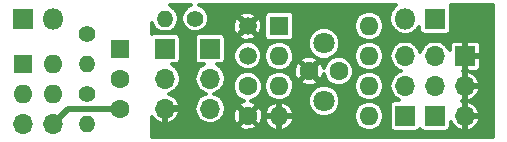
<source format=gbr>
G04 #@! TF.GenerationSoftware,KiCad,Pcbnew,(5.0.2)-1*
G04 #@! TF.CreationDate,2019-01-06T14:15:55+01:00*
G04 #@! TF.ProjectId,Xany2Msx,58616e79-324d-4737-982e-6b696361645f,rev?*
G04 #@! TF.SameCoordinates,Original*
G04 #@! TF.FileFunction,Copper,L2,Bot*
G04 #@! TF.FilePolarity,Positive*
%FSLAX46Y46*%
G04 Gerber Fmt 4.6, Leading zero omitted, Abs format (unit mm)*
G04 Created by KiCad (PCBNEW (5.0.2)-1) date 06/01/2019 14:15:55*
%MOMM*%
%LPD*%
G01*
G04 APERTURE LIST*
G04 #@! TA.AperFunction,ComponentPad*
%ADD10R,1.800000X1.800000*%
G04 #@! TD*
G04 #@! TA.AperFunction,ComponentPad*
%ADD11O,1.800000X1.800000*%
G04 #@! TD*
G04 #@! TA.AperFunction,ComponentPad*
%ADD12R,1.600000X1.600000*%
G04 #@! TD*
G04 #@! TA.AperFunction,ComponentPad*
%ADD13O,1.600000X1.600000*%
G04 #@! TD*
G04 #@! TA.AperFunction,ComponentPad*
%ADD14R,1.700000X1.700000*%
G04 #@! TD*
G04 #@! TA.AperFunction,ComponentPad*
%ADD15O,1.700000X1.700000*%
G04 #@! TD*
G04 #@! TA.AperFunction,ComponentPad*
%ADD16C,1.500000*%
G04 #@! TD*
G04 #@! TA.AperFunction,ComponentPad*
%ADD17C,1.600000*%
G04 #@! TD*
G04 #@! TA.AperFunction,ComponentPad*
%ADD18C,1.400000*%
G04 #@! TD*
G04 #@! TA.AperFunction,ComponentPad*
%ADD19O,1.400000X1.400000*%
G04 #@! TD*
G04 #@! TA.AperFunction,ComponentPad*
%ADD20C,1.800000*%
G04 #@! TD*
G04 #@! TA.AperFunction,Conductor*
%ADD21C,0.500000*%
G04 #@! TD*
G04 #@! TA.AperFunction,Conductor*
%ADD22C,0.310000*%
G04 #@! TD*
G04 APERTURE END LIST*
D10*
G04 #@! TO.P,D1,1*
G04 #@! TO.N,+5V*
X137160000Y-86360000D03*
D11*
G04 #@! TO.P,D1,2*
G04 #@! TO.N,+VRx*
X134620000Y-86360000D03*
G04 #@! TD*
D12*
G04 #@! TO.P,U1,1*
G04 #@! TO.N,Net-(R1-Pad1)*
X123952000Y-86995000D03*
D13*
G04 #@! TO.P,U1,5*
G04 #@! TO.N,Net-(J2-Pad1)*
X131572000Y-94615000D03*
G04 #@! TO.P,U1,2*
G04 #@! TO.N,Net-(C1-Pad1)*
X123952000Y-89535000D03*
G04 #@! TO.P,U1,6*
G04 #@! TO.N,Net-(J2-Pad2)*
X131572000Y-92075000D03*
G04 #@! TO.P,U1,3*
G04 #@! TO.N,Net-(C2-Pad1)*
X123952000Y-92075000D03*
G04 #@! TO.P,U1,7*
G04 #@! TO.N,Net-(J2-Pad3)*
X131572000Y-89535000D03*
G04 #@! TO.P,U1,4*
G04 #@! TO.N,GND*
X123952000Y-94615000D03*
G04 #@! TO.P,U1,8*
G04 #@! TO.N,+5V*
X131572000Y-86995000D03*
G04 #@! TD*
D14*
G04 #@! TO.P,J1,1*
G04 #@! TO.N,Net-(J1-Pad1)*
X114300000Y-88900000D03*
D15*
G04 #@! TO.P,J1,2*
G04 #@! TO.N,+VRx*
X114300000Y-91440000D03*
G04 #@! TO.P,J1,3*
G04 #@! TO.N,GND*
X114300000Y-93980000D03*
G04 #@! TD*
G04 #@! TO.P,J2,3*
G04 #@! TO.N,Net-(J2-Pad3)*
X134620000Y-89535000D03*
G04 #@! TO.P,J2,2*
G04 #@! TO.N,Net-(J2-Pad2)*
X134620000Y-92075000D03*
D14*
G04 #@! TO.P,J2,1*
G04 #@! TO.N,Net-(J2-Pad1)*
X134620000Y-94615000D03*
G04 #@! TD*
G04 #@! TO.P,J3,1*
G04 #@! TO.N,+5V*
X137160000Y-94615000D03*
D15*
G04 #@! TO.P,J3,2*
X137160000Y-92075000D03*
G04 #@! TO.P,J3,3*
X137160000Y-89535000D03*
G04 #@! TD*
G04 #@! TO.P,J4,3*
G04 #@! TO.N,GND*
X139700000Y-94615000D03*
G04 #@! TO.P,J4,2*
X139700000Y-92075000D03*
D14*
G04 #@! TO.P,J4,1*
X139700000Y-89535000D03*
G04 #@! TD*
G04 #@! TO.P,J5,1*
G04 #@! TO.N,+VRx*
X118110000Y-88900000D03*
D15*
G04 #@! TO.P,J5,2*
G04 #@! TO.N,+5V*
X118110000Y-91440000D03*
G04 #@! TO.P,J5,3*
X118110000Y-93980000D03*
G04 #@! TD*
D16*
G04 #@! TO.P,C1,1*
G04 #@! TO.N,Net-(C1-Pad1)*
X121285000Y-89495000D03*
G04 #@! TO.P,C1,2*
G04 #@! TO.N,GND*
X121285000Y-86995000D03*
G04 #@! TD*
D17*
G04 #@! TO.P,C2,2*
G04 #@! TO.N,GND*
X121285000Y-94575000D03*
G04 #@! TO.P,C2,1*
G04 #@! TO.N,Net-(C2-Pad1)*
X121285000Y-92075000D03*
G04 #@! TD*
D18*
G04 #@! TO.P,R1,1*
G04 #@! TO.N,Net-(R1-Pad1)*
X116840000Y-86360000D03*
D19*
G04 #@! TO.P,R1,2*
G04 #@! TO.N,Net-(J1-Pad1)*
X114300000Y-86360000D03*
G04 #@! TD*
D17*
G04 #@! TO.P,C3,1*
G04 #@! TO.N,GND*
X126492000Y-90805000D03*
G04 #@! TO.P,C3,2*
G04 #@! TO.N,+5V*
X128992000Y-90805000D03*
G04 #@! TD*
D20*
G04 #@! TO.P,Y1,2*
G04 #@! TO.N,Net-(C2-Pad1)*
X127762000Y-93345000D03*
G04 #@! TO.P,Y1,1*
G04 #@! TO.N,Net-(C1-Pad1)*
X127762000Y-88465000D03*
G04 #@! TD*
D10*
G04 #@! TO.P,D2,1*
G04 #@! TO.N,Net-(D2-Pad1)*
X102235000Y-86360000D03*
D11*
G04 #@! TO.P,D2,2*
G04 #@! TO.N,Net-(D2-Pad2)*
X104775000Y-86360000D03*
G04 #@! TD*
D12*
G04 #@! TO.P,J6,1*
G04 #@! TO.N,N/C*
X102235000Y-90170000D03*
D13*
G04 #@! TO.P,J6,2*
G04 #@! TO.N,Net-(D2-Pad2)*
X104775000Y-90170000D03*
G04 #@! TO.P,J6,3*
G04 #@! TO.N,Net-(D2-Pad1)*
X102235000Y-92710000D03*
G04 #@! TO.P,J6,4*
G04 #@! TO.N,+5VP*
X104775000Y-92710000D03*
D15*
G04 #@! TO.P,J6,5*
G04 #@! TO.N,N/C*
X102235000Y-95250000D03*
G04 #@! TO.P,J6,6*
G04 #@! TO.N,GNDD*
X104775000Y-95250000D03*
G04 #@! TD*
D19*
G04 #@! TO.P,R2,2*
G04 #@! TO.N,Net-(J7-Pad1)*
X107696000Y-90170000D03*
D18*
G04 #@! TO.P,R2,1*
G04 #@! TO.N,Net-(D2-Pad2)*
X107696000Y-87630000D03*
G04 #@! TD*
G04 #@! TO.P,R3,1*
G04 #@! TO.N,Net-(J7-Pad1)*
X107696000Y-92710000D03*
D19*
G04 #@! TO.P,R3,2*
G04 #@! TO.N,+5VP*
X107696000Y-95250000D03*
G04 #@! TD*
D12*
G04 #@! TO.P,J7,1*
G04 #@! TO.N,Net-(J7-Pad1)*
X110490000Y-88900000D03*
D17*
G04 #@! TO.P,J7,2*
G04 #@! TO.N,+5VP*
X110490000Y-91440000D03*
G04 #@! TO.P,J7,3*
G04 #@! TO.N,GNDD*
X110490000Y-93980000D03*
G04 #@! TD*
D21*
G04 #@! TO.N,GNDD*
X106045000Y-93980000D02*
X104775000Y-95250000D01*
X110490000Y-93980000D02*
X106045000Y-93980000D01*
G04 #@! TD*
D22*
G04 #@! TO.N,GND*
G36*
X116180080Y-85372360D02*
X115852360Y-85700080D01*
X115675000Y-86128267D01*
X115675000Y-86591733D01*
X115852360Y-87019920D01*
X116180080Y-87347640D01*
X116608267Y-87525000D01*
X117071733Y-87525000D01*
X117499920Y-87347640D01*
X117827640Y-87019920D01*
X117917492Y-86802996D01*
X120061166Y-86802996D01*
X120080849Y-87285953D01*
X120227802Y-87640728D01*
X120424324Y-87715668D01*
X121144993Y-86995000D01*
X121425007Y-86995000D01*
X122145676Y-87715668D01*
X122342198Y-87640728D01*
X122508834Y-87187004D01*
X122489151Y-86704047D01*
X122342198Y-86349272D01*
X122145676Y-86274332D01*
X121425007Y-86995000D01*
X121144993Y-86995000D01*
X120424324Y-86274332D01*
X120227802Y-86349272D01*
X120061166Y-86802996D01*
X117917492Y-86802996D01*
X118005000Y-86591733D01*
X118005000Y-86134324D01*
X120564332Y-86134324D01*
X121285000Y-86854993D01*
X121944992Y-86195000D01*
X122677891Y-86195000D01*
X122677891Y-87795000D01*
X122713980Y-87976434D01*
X122816754Y-88130246D01*
X122970566Y-88233020D01*
X123152000Y-88269109D01*
X124752000Y-88269109D01*
X124933434Y-88233020D01*
X124992602Y-88193485D01*
X126397000Y-88193485D01*
X126397000Y-88736515D01*
X126604809Y-89238210D01*
X126988790Y-89622191D01*
X127490485Y-89830000D01*
X128033515Y-89830000D01*
X128535210Y-89622191D01*
X128622401Y-89535000D01*
X130282218Y-89535000D01*
X130380397Y-90028578D01*
X130659986Y-90447014D01*
X131078422Y-90726603D01*
X131447413Y-90800000D01*
X131696587Y-90800000D01*
X132065578Y-90726603D01*
X132484014Y-90447014D01*
X132763603Y-90028578D01*
X132861782Y-89535000D01*
X133279238Y-89535000D01*
X133381297Y-90048087D01*
X133671938Y-90483062D01*
X134106913Y-90773703D01*
X134264254Y-90805000D01*
X134106913Y-90836297D01*
X133671938Y-91126938D01*
X133381297Y-91561913D01*
X133279238Y-92075000D01*
X133381297Y-92588087D01*
X133671938Y-93023062D01*
X134072772Y-93290891D01*
X133770000Y-93290891D01*
X133588566Y-93326980D01*
X133434754Y-93429754D01*
X133331980Y-93583566D01*
X133295891Y-93765000D01*
X133295891Y-95465000D01*
X133331980Y-95646434D01*
X133434754Y-95800246D01*
X133588566Y-95903020D01*
X133770000Y-95939109D01*
X135470000Y-95939109D01*
X135651434Y-95903020D01*
X135805246Y-95800246D01*
X135890000Y-95673403D01*
X135974754Y-95800246D01*
X136128566Y-95903020D01*
X136310000Y-95939109D01*
X138010000Y-95939109D01*
X138191434Y-95903020D01*
X138345246Y-95800246D01*
X138448020Y-95646434D01*
X138484109Y-95465000D01*
X138484109Y-95071814D01*
X138580964Y-95305656D01*
X138930448Y-95681320D01*
X139397090Y-95894646D01*
X139601000Y-95810027D01*
X139601000Y-94714000D01*
X139799000Y-94714000D01*
X139799000Y-95810027D01*
X140002910Y-95894646D01*
X140469552Y-95681320D01*
X140819036Y-95305656D01*
X140979637Y-94917909D01*
X140894655Y-94714000D01*
X139799000Y-94714000D01*
X139601000Y-94714000D01*
X139581000Y-94714000D01*
X139581000Y-94516000D01*
X139601000Y-94516000D01*
X139601000Y-93419973D01*
X139420334Y-93345000D01*
X139601000Y-93270027D01*
X139601000Y-92174000D01*
X139799000Y-92174000D01*
X139799000Y-93270027D01*
X139979666Y-93345000D01*
X139799000Y-93419973D01*
X139799000Y-94516000D01*
X140894655Y-94516000D01*
X140979637Y-94312091D01*
X140819036Y-93924344D01*
X140469552Y-93548680D01*
X140024010Y-93345000D01*
X140469552Y-93141320D01*
X140819036Y-92765656D01*
X140979637Y-92377909D01*
X140894655Y-92174000D01*
X139799000Y-92174000D01*
X139601000Y-92174000D01*
X139581000Y-92174000D01*
X139581000Y-91976000D01*
X139601000Y-91976000D01*
X139601000Y-90879973D01*
X139497661Y-90837089D01*
X139601000Y-90733750D01*
X139601000Y-89634000D01*
X139799000Y-89634000D01*
X139799000Y-90733750D01*
X139902339Y-90837089D01*
X139799000Y-90879973D01*
X139799000Y-91976000D01*
X140894655Y-91976000D01*
X140979637Y-91772091D01*
X140819036Y-91384344D01*
X140469552Y-91008680D01*
X140122446Y-90850000D01*
X140642494Y-90850000D01*
X140813401Y-90779208D01*
X140944208Y-90648402D01*
X141015000Y-90477494D01*
X141015000Y-89750250D01*
X140898750Y-89634000D01*
X139799000Y-89634000D01*
X139601000Y-89634000D01*
X139581000Y-89634000D01*
X139581000Y-89436000D01*
X139601000Y-89436000D01*
X139601000Y-88336250D01*
X139799000Y-88336250D01*
X139799000Y-89436000D01*
X140898750Y-89436000D01*
X141015000Y-89319750D01*
X141015000Y-88592506D01*
X140944208Y-88421598D01*
X140813401Y-88290792D01*
X140642494Y-88220000D01*
X139915250Y-88220000D01*
X139799000Y-88336250D01*
X139601000Y-88336250D01*
X139484750Y-88220000D01*
X138757506Y-88220000D01*
X138586599Y-88290792D01*
X138455792Y-88421598D01*
X138385000Y-88592506D01*
X138385000Y-89001405D01*
X138108062Y-88586938D01*
X137673087Y-88296297D01*
X137289515Y-88220000D01*
X137030485Y-88220000D01*
X136646913Y-88296297D01*
X136211938Y-88586938D01*
X135921297Y-89021913D01*
X135890000Y-89179254D01*
X135858703Y-89021913D01*
X135568062Y-88586938D01*
X135133087Y-88296297D01*
X134749515Y-88220000D01*
X134490485Y-88220000D01*
X134106913Y-88296297D01*
X133671938Y-88586938D01*
X133381297Y-89021913D01*
X133279238Y-89535000D01*
X132861782Y-89535000D01*
X132763603Y-89041422D01*
X132484014Y-88622986D01*
X132065578Y-88343397D01*
X131696587Y-88270000D01*
X131447413Y-88270000D01*
X131078422Y-88343397D01*
X130659986Y-88622986D01*
X130380397Y-89041422D01*
X130282218Y-89535000D01*
X128622401Y-89535000D01*
X128919191Y-89238210D01*
X129127000Y-88736515D01*
X129127000Y-88193485D01*
X128919191Y-87691790D01*
X128535210Y-87307809D01*
X128033515Y-87100000D01*
X127490485Y-87100000D01*
X126988790Y-87307809D01*
X126604809Y-87691790D01*
X126397000Y-88193485D01*
X124992602Y-88193485D01*
X125087246Y-88130246D01*
X125190020Y-87976434D01*
X125226109Y-87795000D01*
X125226109Y-86995000D01*
X130282218Y-86995000D01*
X130380397Y-87488578D01*
X130659986Y-87907014D01*
X131078422Y-88186603D01*
X131447413Y-88260000D01*
X131696587Y-88260000D01*
X132065578Y-88186603D01*
X132484014Y-87907014D01*
X132763603Y-87488578D01*
X132861782Y-86995000D01*
X132763603Y-86501422D01*
X132484014Y-86082986D01*
X132065578Y-85803397D01*
X131696587Y-85730000D01*
X131447413Y-85730000D01*
X131078422Y-85803397D01*
X130659986Y-86082986D01*
X130380397Y-86501422D01*
X130282218Y-86995000D01*
X125226109Y-86995000D01*
X125226109Y-86195000D01*
X125190020Y-86013566D01*
X125087246Y-85859754D01*
X124933434Y-85756980D01*
X124752000Y-85720891D01*
X123152000Y-85720891D01*
X122970566Y-85756980D01*
X122816754Y-85859754D01*
X122713980Y-86013566D01*
X122677891Y-86195000D01*
X121944992Y-86195000D01*
X122005668Y-86134324D01*
X121930728Y-85937802D01*
X121477004Y-85771166D01*
X120994047Y-85790849D01*
X120639272Y-85937802D01*
X120564332Y-86134324D01*
X118005000Y-86134324D01*
X118005000Y-86128267D01*
X117827640Y-85700080D01*
X117499920Y-85372360D01*
X117192444Y-85245000D01*
X133831783Y-85245000D01*
X133635891Y-85375891D01*
X133334199Y-85827404D01*
X133228259Y-86360000D01*
X133334199Y-86892596D01*
X133635891Y-87344109D01*
X134087404Y-87645801D01*
X134485564Y-87725000D01*
X134754436Y-87725000D01*
X135152596Y-87645801D01*
X135604109Y-87344109D01*
X135785891Y-87072054D01*
X135785891Y-87260000D01*
X135821980Y-87441434D01*
X135924754Y-87595246D01*
X136078566Y-87698020D01*
X136260000Y-87734109D01*
X138060000Y-87734109D01*
X138241434Y-87698020D01*
X138395246Y-87595246D01*
X138498020Y-87441434D01*
X138534109Y-87260000D01*
X138534109Y-85460000D01*
X138498020Y-85278566D01*
X138475592Y-85245000D01*
X142085000Y-85245000D01*
X142085000Y-96365000D01*
X113185000Y-96365000D01*
X113185000Y-95471859D01*
X120528148Y-95471859D01*
X120609214Y-95673568D01*
X121081058Y-95848557D01*
X121583952Y-95829658D01*
X121960786Y-95673568D01*
X122041852Y-95471859D01*
X121285000Y-94715007D01*
X120528148Y-95471859D01*
X113185000Y-95471859D01*
X113185000Y-94674994D01*
X113530448Y-95046320D01*
X113997090Y-95259646D01*
X114201000Y-95175027D01*
X114201000Y-94079000D01*
X114399000Y-94079000D01*
X114399000Y-95175027D01*
X114602910Y-95259646D01*
X115069552Y-95046320D01*
X115419036Y-94670656D01*
X115579637Y-94282909D01*
X115494655Y-94079000D01*
X114399000Y-94079000D01*
X114201000Y-94079000D01*
X114181000Y-94079000D01*
X114181000Y-93881000D01*
X114201000Y-93881000D01*
X114201000Y-93861000D01*
X114399000Y-93861000D01*
X114399000Y-93881000D01*
X115494655Y-93881000D01*
X115579637Y-93677091D01*
X115419036Y-93289344D01*
X115069552Y-92913680D01*
X114633632Y-92714399D01*
X114813087Y-92678703D01*
X115248062Y-92388062D01*
X115538703Y-91953087D01*
X115640762Y-91440000D01*
X116769238Y-91440000D01*
X116871297Y-91953087D01*
X117161938Y-92388062D01*
X117596913Y-92678703D01*
X117754254Y-92710000D01*
X117596913Y-92741297D01*
X117161938Y-93031938D01*
X116871297Y-93466913D01*
X116769238Y-93980000D01*
X116871297Y-94493087D01*
X117161938Y-94928062D01*
X117596913Y-95218703D01*
X117980485Y-95295000D01*
X118239515Y-95295000D01*
X118623087Y-95218703D01*
X119058062Y-94928062D01*
X119348703Y-94493087D01*
X119372975Y-94371058D01*
X120011443Y-94371058D01*
X120030342Y-94873952D01*
X120186432Y-95250786D01*
X120388141Y-95331852D01*
X121144993Y-94575000D01*
X121425007Y-94575000D01*
X122181859Y-95331852D01*
X122383568Y-95250786D01*
X122509928Y-94910064D01*
X122721893Y-94910064D01*
X122873535Y-95276181D01*
X123208651Y-95638562D01*
X123656935Y-95845115D01*
X123853000Y-95759879D01*
X123853000Y-94714000D01*
X124051000Y-94714000D01*
X124051000Y-95759879D01*
X124247065Y-95845115D01*
X124695349Y-95638562D01*
X125030465Y-95276181D01*
X125182107Y-94910064D01*
X125096476Y-94714000D01*
X124051000Y-94714000D01*
X123853000Y-94714000D01*
X122807524Y-94714000D01*
X122721893Y-94910064D01*
X122509928Y-94910064D01*
X122558557Y-94778942D01*
X122541308Y-94319936D01*
X122721893Y-94319936D01*
X122807524Y-94516000D01*
X123853000Y-94516000D01*
X123853000Y-93470121D01*
X124051000Y-93470121D01*
X124051000Y-94516000D01*
X125096476Y-94516000D01*
X125182107Y-94319936D01*
X125030465Y-93953819D01*
X124695349Y-93591438D01*
X124247065Y-93384885D01*
X124051000Y-93470121D01*
X123853000Y-93470121D01*
X123656935Y-93384885D01*
X123208651Y-93591438D01*
X122873535Y-93953819D01*
X122721893Y-94319936D01*
X122541308Y-94319936D01*
X122539658Y-94276048D01*
X122383568Y-93899214D01*
X122181859Y-93818148D01*
X121425007Y-94575000D01*
X121144993Y-94575000D01*
X120388141Y-93818148D01*
X120186432Y-93899214D01*
X120011443Y-94371058D01*
X119372975Y-94371058D01*
X119450762Y-93980000D01*
X119348703Y-93466913D01*
X119058062Y-93031938D01*
X118623087Y-92741297D01*
X118465746Y-92710000D01*
X118623087Y-92678703D01*
X119058062Y-92388062D01*
X119348703Y-91953087D01*
X119374504Y-91823376D01*
X120020000Y-91823376D01*
X120020000Y-92326624D01*
X120212585Y-92791565D01*
X120568435Y-93147415D01*
X120985983Y-93320369D01*
X120609214Y-93476432D01*
X120528148Y-93678141D01*
X121285000Y-94434993D01*
X122041852Y-93678141D01*
X121960786Y-93476432D01*
X121563212Y-93328987D01*
X122001565Y-93147415D01*
X122357415Y-92791565D01*
X122550000Y-92326624D01*
X122550000Y-92075000D01*
X122662218Y-92075000D01*
X122760397Y-92568578D01*
X123039986Y-92987014D01*
X123458422Y-93266603D01*
X123827413Y-93340000D01*
X124076587Y-93340000D01*
X124445578Y-93266603D01*
X124734600Y-93073485D01*
X126397000Y-93073485D01*
X126397000Y-93616515D01*
X126604809Y-94118210D01*
X126988790Y-94502191D01*
X127490485Y-94710000D01*
X128033515Y-94710000D01*
X128262865Y-94615000D01*
X130282218Y-94615000D01*
X130380397Y-95108578D01*
X130659986Y-95527014D01*
X131078422Y-95806603D01*
X131447413Y-95880000D01*
X131696587Y-95880000D01*
X132065578Y-95806603D01*
X132484014Y-95527014D01*
X132763603Y-95108578D01*
X132861782Y-94615000D01*
X132763603Y-94121422D01*
X132484014Y-93702986D01*
X132065578Y-93423397D01*
X131696587Y-93350000D01*
X131447413Y-93350000D01*
X131078422Y-93423397D01*
X130659986Y-93702986D01*
X130380397Y-94121422D01*
X130282218Y-94615000D01*
X128262865Y-94615000D01*
X128535210Y-94502191D01*
X128919191Y-94118210D01*
X129127000Y-93616515D01*
X129127000Y-93073485D01*
X128919191Y-92571790D01*
X128535210Y-92187809D01*
X128262866Y-92075000D01*
X130282218Y-92075000D01*
X130380397Y-92568578D01*
X130659986Y-92987014D01*
X131078422Y-93266603D01*
X131447413Y-93340000D01*
X131696587Y-93340000D01*
X132065578Y-93266603D01*
X132484014Y-92987014D01*
X132763603Y-92568578D01*
X132861782Y-92075000D01*
X132763603Y-91581422D01*
X132484014Y-91162986D01*
X132065578Y-90883397D01*
X131696587Y-90810000D01*
X131447413Y-90810000D01*
X131078422Y-90883397D01*
X130659986Y-91162986D01*
X130380397Y-91581422D01*
X130282218Y-92075000D01*
X128262866Y-92075000D01*
X128033515Y-91980000D01*
X127490485Y-91980000D01*
X126988790Y-92187809D01*
X126604809Y-92571790D01*
X126397000Y-93073485D01*
X124734600Y-93073485D01*
X124864014Y-92987014D01*
X125143603Y-92568578D01*
X125241782Y-92075000D01*
X125167560Y-91701859D01*
X125735148Y-91701859D01*
X125816214Y-91903568D01*
X126288058Y-92078557D01*
X126790952Y-92059658D01*
X127167786Y-91903568D01*
X127248852Y-91701859D01*
X126492000Y-90945007D01*
X125735148Y-91701859D01*
X125167560Y-91701859D01*
X125143603Y-91581422D01*
X124864014Y-91162986D01*
X124445578Y-90883397D01*
X124076587Y-90810000D01*
X123827413Y-90810000D01*
X123458422Y-90883397D01*
X123039986Y-91162986D01*
X122760397Y-91581422D01*
X122662218Y-92075000D01*
X122550000Y-92075000D01*
X122550000Y-91823376D01*
X122357415Y-91358435D01*
X122001565Y-91002585D01*
X121536624Y-90810000D01*
X121033376Y-90810000D01*
X120568435Y-91002585D01*
X120212585Y-91358435D01*
X120020000Y-91823376D01*
X119374504Y-91823376D01*
X119450762Y-91440000D01*
X119348703Y-90926913D01*
X119058062Y-90491938D01*
X118657228Y-90224109D01*
X118960000Y-90224109D01*
X119141434Y-90188020D01*
X119295246Y-90085246D01*
X119398020Y-89931434D01*
X119434109Y-89750000D01*
X119434109Y-89253322D01*
X120070000Y-89253322D01*
X120070000Y-89736678D01*
X120254973Y-90183242D01*
X120596758Y-90525027D01*
X121043322Y-90710000D01*
X121526678Y-90710000D01*
X121973242Y-90525027D01*
X122315027Y-90183242D01*
X122500000Y-89736678D01*
X122500000Y-89535000D01*
X122662218Y-89535000D01*
X122760397Y-90028578D01*
X123039986Y-90447014D01*
X123458422Y-90726603D01*
X123827413Y-90800000D01*
X124076587Y-90800000D01*
X124445578Y-90726603D01*
X124633470Y-90601058D01*
X125218443Y-90601058D01*
X125237342Y-91103952D01*
X125393432Y-91480786D01*
X125595141Y-91561852D01*
X126351993Y-90805000D01*
X126632007Y-90805000D01*
X127388859Y-91561852D01*
X127590568Y-91480786D01*
X127738013Y-91083212D01*
X127919585Y-91521565D01*
X128275435Y-91877415D01*
X128740376Y-92070000D01*
X129243624Y-92070000D01*
X129708565Y-91877415D01*
X130064415Y-91521565D01*
X130257000Y-91056624D01*
X130257000Y-90553376D01*
X130064415Y-90088435D01*
X129708565Y-89732585D01*
X129243624Y-89540000D01*
X128740376Y-89540000D01*
X128275435Y-89732585D01*
X127919585Y-90088435D01*
X127746631Y-90505983D01*
X127590568Y-90129214D01*
X127388859Y-90048148D01*
X126632007Y-90805000D01*
X126351993Y-90805000D01*
X125595141Y-90048148D01*
X125393432Y-90129214D01*
X125218443Y-90601058D01*
X124633470Y-90601058D01*
X124864014Y-90447014D01*
X125143603Y-90028578D01*
X125167559Y-89908141D01*
X125735148Y-89908141D01*
X126492000Y-90664993D01*
X127248852Y-89908141D01*
X127167786Y-89706432D01*
X126695942Y-89531443D01*
X126193048Y-89550342D01*
X125816214Y-89706432D01*
X125735148Y-89908141D01*
X125167559Y-89908141D01*
X125241782Y-89535000D01*
X125143603Y-89041422D01*
X124864014Y-88622986D01*
X124445578Y-88343397D01*
X124076587Y-88270000D01*
X123827413Y-88270000D01*
X123458422Y-88343397D01*
X123039986Y-88622986D01*
X122760397Y-89041422D01*
X122662218Y-89535000D01*
X122500000Y-89535000D01*
X122500000Y-89253322D01*
X122315027Y-88806758D01*
X121973242Y-88464973D01*
X121526678Y-88280000D01*
X121043322Y-88280000D01*
X120596758Y-88464973D01*
X120254973Y-88806758D01*
X120070000Y-89253322D01*
X119434109Y-89253322D01*
X119434109Y-88050000D01*
X119398020Y-87868566D01*
X119389408Y-87855676D01*
X120564332Y-87855676D01*
X120639272Y-88052198D01*
X121092996Y-88218834D01*
X121575953Y-88199151D01*
X121930728Y-88052198D01*
X122005668Y-87855676D01*
X121285000Y-87135007D01*
X120564332Y-87855676D01*
X119389408Y-87855676D01*
X119295246Y-87714754D01*
X119141434Y-87611980D01*
X118960000Y-87575891D01*
X117260000Y-87575891D01*
X117078566Y-87611980D01*
X116924754Y-87714754D01*
X116821980Y-87868566D01*
X116785891Y-88050000D01*
X116785891Y-89750000D01*
X116821980Y-89931434D01*
X116924754Y-90085246D01*
X117078566Y-90188020D01*
X117260000Y-90224109D01*
X117562772Y-90224109D01*
X117161938Y-90491938D01*
X116871297Y-90926913D01*
X116769238Y-91440000D01*
X115640762Y-91440000D01*
X115538703Y-90926913D01*
X115248062Y-90491938D01*
X114847228Y-90224109D01*
X115150000Y-90224109D01*
X115331434Y-90188020D01*
X115485246Y-90085246D01*
X115588020Y-89931434D01*
X115624109Y-89750000D01*
X115624109Y-88050000D01*
X115588020Y-87868566D01*
X115485246Y-87714754D01*
X115331434Y-87611980D01*
X115150000Y-87575891D01*
X113450000Y-87575891D01*
X113268566Y-87611980D01*
X113185000Y-87667817D01*
X113185000Y-86726104D01*
X113202595Y-86814560D01*
X113460082Y-87199918D01*
X113845440Y-87457405D01*
X114185262Y-87525000D01*
X114414738Y-87525000D01*
X114754560Y-87457405D01*
X115139918Y-87199918D01*
X115397405Y-86814560D01*
X115487823Y-86360000D01*
X115397405Y-85905440D01*
X115139918Y-85520082D01*
X114754560Y-85262595D01*
X114666104Y-85245000D01*
X116487556Y-85245000D01*
X116180080Y-85372360D01*
X116180080Y-85372360D01*
G37*
X116180080Y-85372360D02*
X115852360Y-85700080D01*
X115675000Y-86128267D01*
X115675000Y-86591733D01*
X115852360Y-87019920D01*
X116180080Y-87347640D01*
X116608267Y-87525000D01*
X117071733Y-87525000D01*
X117499920Y-87347640D01*
X117827640Y-87019920D01*
X117917492Y-86802996D01*
X120061166Y-86802996D01*
X120080849Y-87285953D01*
X120227802Y-87640728D01*
X120424324Y-87715668D01*
X121144993Y-86995000D01*
X121425007Y-86995000D01*
X122145676Y-87715668D01*
X122342198Y-87640728D01*
X122508834Y-87187004D01*
X122489151Y-86704047D01*
X122342198Y-86349272D01*
X122145676Y-86274332D01*
X121425007Y-86995000D01*
X121144993Y-86995000D01*
X120424324Y-86274332D01*
X120227802Y-86349272D01*
X120061166Y-86802996D01*
X117917492Y-86802996D01*
X118005000Y-86591733D01*
X118005000Y-86134324D01*
X120564332Y-86134324D01*
X121285000Y-86854993D01*
X121944992Y-86195000D01*
X122677891Y-86195000D01*
X122677891Y-87795000D01*
X122713980Y-87976434D01*
X122816754Y-88130246D01*
X122970566Y-88233020D01*
X123152000Y-88269109D01*
X124752000Y-88269109D01*
X124933434Y-88233020D01*
X124992602Y-88193485D01*
X126397000Y-88193485D01*
X126397000Y-88736515D01*
X126604809Y-89238210D01*
X126988790Y-89622191D01*
X127490485Y-89830000D01*
X128033515Y-89830000D01*
X128535210Y-89622191D01*
X128622401Y-89535000D01*
X130282218Y-89535000D01*
X130380397Y-90028578D01*
X130659986Y-90447014D01*
X131078422Y-90726603D01*
X131447413Y-90800000D01*
X131696587Y-90800000D01*
X132065578Y-90726603D01*
X132484014Y-90447014D01*
X132763603Y-90028578D01*
X132861782Y-89535000D01*
X133279238Y-89535000D01*
X133381297Y-90048087D01*
X133671938Y-90483062D01*
X134106913Y-90773703D01*
X134264254Y-90805000D01*
X134106913Y-90836297D01*
X133671938Y-91126938D01*
X133381297Y-91561913D01*
X133279238Y-92075000D01*
X133381297Y-92588087D01*
X133671938Y-93023062D01*
X134072772Y-93290891D01*
X133770000Y-93290891D01*
X133588566Y-93326980D01*
X133434754Y-93429754D01*
X133331980Y-93583566D01*
X133295891Y-93765000D01*
X133295891Y-95465000D01*
X133331980Y-95646434D01*
X133434754Y-95800246D01*
X133588566Y-95903020D01*
X133770000Y-95939109D01*
X135470000Y-95939109D01*
X135651434Y-95903020D01*
X135805246Y-95800246D01*
X135890000Y-95673403D01*
X135974754Y-95800246D01*
X136128566Y-95903020D01*
X136310000Y-95939109D01*
X138010000Y-95939109D01*
X138191434Y-95903020D01*
X138345246Y-95800246D01*
X138448020Y-95646434D01*
X138484109Y-95465000D01*
X138484109Y-95071814D01*
X138580964Y-95305656D01*
X138930448Y-95681320D01*
X139397090Y-95894646D01*
X139601000Y-95810027D01*
X139601000Y-94714000D01*
X139799000Y-94714000D01*
X139799000Y-95810027D01*
X140002910Y-95894646D01*
X140469552Y-95681320D01*
X140819036Y-95305656D01*
X140979637Y-94917909D01*
X140894655Y-94714000D01*
X139799000Y-94714000D01*
X139601000Y-94714000D01*
X139581000Y-94714000D01*
X139581000Y-94516000D01*
X139601000Y-94516000D01*
X139601000Y-93419973D01*
X139420334Y-93345000D01*
X139601000Y-93270027D01*
X139601000Y-92174000D01*
X139799000Y-92174000D01*
X139799000Y-93270027D01*
X139979666Y-93345000D01*
X139799000Y-93419973D01*
X139799000Y-94516000D01*
X140894655Y-94516000D01*
X140979637Y-94312091D01*
X140819036Y-93924344D01*
X140469552Y-93548680D01*
X140024010Y-93345000D01*
X140469552Y-93141320D01*
X140819036Y-92765656D01*
X140979637Y-92377909D01*
X140894655Y-92174000D01*
X139799000Y-92174000D01*
X139601000Y-92174000D01*
X139581000Y-92174000D01*
X139581000Y-91976000D01*
X139601000Y-91976000D01*
X139601000Y-90879973D01*
X139497661Y-90837089D01*
X139601000Y-90733750D01*
X139601000Y-89634000D01*
X139799000Y-89634000D01*
X139799000Y-90733750D01*
X139902339Y-90837089D01*
X139799000Y-90879973D01*
X139799000Y-91976000D01*
X140894655Y-91976000D01*
X140979637Y-91772091D01*
X140819036Y-91384344D01*
X140469552Y-91008680D01*
X140122446Y-90850000D01*
X140642494Y-90850000D01*
X140813401Y-90779208D01*
X140944208Y-90648402D01*
X141015000Y-90477494D01*
X141015000Y-89750250D01*
X140898750Y-89634000D01*
X139799000Y-89634000D01*
X139601000Y-89634000D01*
X139581000Y-89634000D01*
X139581000Y-89436000D01*
X139601000Y-89436000D01*
X139601000Y-88336250D01*
X139799000Y-88336250D01*
X139799000Y-89436000D01*
X140898750Y-89436000D01*
X141015000Y-89319750D01*
X141015000Y-88592506D01*
X140944208Y-88421598D01*
X140813401Y-88290792D01*
X140642494Y-88220000D01*
X139915250Y-88220000D01*
X139799000Y-88336250D01*
X139601000Y-88336250D01*
X139484750Y-88220000D01*
X138757506Y-88220000D01*
X138586599Y-88290792D01*
X138455792Y-88421598D01*
X138385000Y-88592506D01*
X138385000Y-89001405D01*
X138108062Y-88586938D01*
X137673087Y-88296297D01*
X137289515Y-88220000D01*
X137030485Y-88220000D01*
X136646913Y-88296297D01*
X136211938Y-88586938D01*
X135921297Y-89021913D01*
X135890000Y-89179254D01*
X135858703Y-89021913D01*
X135568062Y-88586938D01*
X135133087Y-88296297D01*
X134749515Y-88220000D01*
X134490485Y-88220000D01*
X134106913Y-88296297D01*
X133671938Y-88586938D01*
X133381297Y-89021913D01*
X133279238Y-89535000D01*
X132861782Y-89535000D01*
X132763603Y-89041422D01*
X132484014Y-88622986D01*
X132065578Y-88343397D01*
X131696587Y-88270000D01*
X131447413Y-88270000D01*
X131078422Y-88343397D01*
X130659986Y-88622986D01*
X130380397Y-89041422D01*
X130282218Y-89535000D01*
X128622401Y-89535000D01*
X128919191Y-89238210D01*
X129127000Y-88736515D01*
X129127000Y-88193485D01*
X128919191Y-87691790D01*
X128535210Y-87307809D01*
X128033515Y-87100000D01*
X127490485Y-87100000D01*
X126988790Y-87307809D01*
X126604809Y-87691790D01*
X126397000Y-88193485D01*
X124992602Y-88193485D01*
X125087246Y-88130246D01*
X125190020Y-87976434D01*
X125226109Y-87795000D01*
X125226109Y-86995000D01*
X130282218Y-86995000D01*
X130380397Y-87488578D01*
X130659986Y-87907014D01*
X131078422Y-88186603D01*
X131447413Y-88260000D01*
X131696587Y-88260000D01*
X132065578Y-88186603D01*
X132484014Y-87907014D01*
X132763603Y-87488578D01*
X132861782Y-86995000D01*
X132763603Y-86501422D01*
X132484014Y-86082986D01*
X132065578Y-85803397D01*
X131696587Y-85730000D01*
X131447413Y-85730000D01*
X131078422Y-85803397D01*
X130659986Y-86082986D01*
X130380397Y-86501422D01*
X130282218Y-86995000D01*
X125226109Y-86995000D01*
X125226109Y-86195000D01*
X125190020Y-86013566D01*
X125087246Y-85859754D01*
X124933434Y-85756980D01*
X124752000Y-85720891D01*
X123152000Y-85720891D01*
X122970566Y-85756980D01*
X122816754Y-85859754D01*
X122713980Y-86013566D01*
X122677891Y-86195000D01*
X121944992Y-86195000D01*
X122005668Y-86134324D01*
X121930728Y-85937802D01*
X121477004Y-85771166D01*
X120994047Y-85790849D01*
X120639272Y-85937802D01*
X120564332Y-86134324D01*
X118005000Y-86134324D01*
X118005000Y-86128267D01*
X117827640Y-85700080D01*
X117499920Y-85372360D01*
X117192444Y-85245000D01*
X133831783Y-85245000D01*
X133635891Y-85375891D01*
X133334199Y-85827404D01*
X133228259Y-86360000D01*
X133334199Y-86892596D01*
X133635891Y-87344109D01*
X134087404Y-87645801D01*
X134485564Y-87725000D01*
X134754436Y-87725000D01*
X135152596Y-87645801D01*
X135604109Y-87344109D01*
X135785891Y-87072054D01*
X135785891Y-87260000D01*
X135821980Y-87441434D01*
X135924754Y-87595246D01*
X136078566Y-87698020D01*
X136260000Y-87734109D01*
X138060000Y-87734109D01*
X138241434Y-87698020D01*
X138395246Y-87595246D01*
X138498020Y-87441434D01*
X138534109Y-87260000D01*
X138534109Y-85460000D01*
X138498020Y-85278566D01*
X138475592Y-85245000D01*
X142085000Y-85245000D01*
X142085000Y-96365000D01*
X113185000Y-96365000D01*
X113185000Y-95471859D01*
X120528148Y-95471859D01*
X120609214Y-95673568D01*
X121081058Y-95848557D01*
X121583952Y-95829658D01*
X121960786Y-95673568D01*
X122041852Y-95471859D01*
X121285000Y-94715007D01*
X120528148Y-95471859D01*
X113185000Y-95471859D01*
X113185000Y-94674994D01*
X113530448Y-95046320D01*
X113997090Y-95259646D01*
X114201000Y-95175027D01*
X114201000Y-94079000D01*
X114399000Y-94079000D01*
X114399000Y-95175027D01*
X114602910Y-95259646D01*
X115069552Y-95046320D01*
X115419036Y-94670656D01*
X115579637Y-94282909D01*
X115494655Y-94079000D01*
X114399000Y-94079000D01*
X114201000Y-94079000D01*
X114181000Y-94079000D01*
X114181000Y-93881000D01*
X114201000Y-93881000D01*
X114201000Y-93861000D01*
X114399000Y-93861000D01*
X114399000Y-93881000D01*
X115494655Y-93881000D01*
X115579637Y-93677091D01*
X115419036Y-93289344D01*
X115069552Y-92913680D01*
X114633632Y-92714399D01*
X114813087Y-92678703D01*
X115248062Y-92388062D01*
X115538703Y-91953087D01*
X115640762Y-91440000D01*
X116769238Y-91440000D01*
X116871297Y-91953087D01*
X117161938Y-92388062D01*
X117596913Y-92678703D01*
X117754254Y-92710000D01*
X117596913Y-92741297D01*
X117161938Y-93031938D01*
X116871297Y-93466913D01*
X116769238Y-93980000D01*
X116871297Y-94493087D01*
X117161938Y-94928062D01*
X117596913Y-95218703D01*
X117980485Y-95295000D01*
X118239515Y-95295000D01*
X118623087Y-95218703D01*
X119058062Y-94928062D01*
X119348703Y-94493087D01*
X119372975Y-94371058D01*
X120011443Y-94371058D01*
X120030342Y-94873952D01*
X120186432Y-95250786D01*
X120388141Y-95331852D01*
X121144993Y-94575000D01*
X121425007Y-94575000D01*
X122181859Y-95331852D01*
X122383568Y-95250786D01*
X122509928Y-94910064D01*
X122721893Y-94910064D01*
X122873535Y-95276181D01*
X123208651Y-95638562D01*
X123656935Y-95845115D01*
X123853000Y-95759879D01*
X123853000Y-94714000D01*
X124051000Y-94714000D01*
X124051000Y-95759879D01*
X124247065Y-95845115D01*
X124695349Y-95638562D01*
X125030465Y-95276181D01*
X125182107Y-94910064D01*
X125096476Y-94714000D01*
X124051000Y-94714000D01*
X123853000Y-94714000D01*
X122807524Y-94714000D01*
X122721893Y-94910064D01*
X122509928Y-94910064D01*
X122558557Y-94778942D01*
X122541308Y-94319936D01*
X122721893Y-94319936D01*
X122807524Y-94516000D01*
X123853000Y-94516000D01*
X123853000Y-93470121D01*
X124051000Y-93470121D01*
X124051000Y-94516000D01*
X125096476Y-94516000D01*
X125182107Y-94319936D01*
X125030465Y-93953819D01*
X124695349Y-93591438D01*
X124247065Y-93384885D01*
X124051000Y-93470121D01*
X123853000Y-93470121D01*
X123656935Y-93384885D01*
X123208651Y-93591438D01*
X122873535Y-93953819D01*
X122721893Y-94319936D01*
X122541308Y-94319936D01*
X122539658Y-94276048D01*
X122383568Y-93899214D01*
X122181859Y-93818148D01*
X121425007Y-94575000D01*
X121144993Y-94575000D01*
X120388141Y-93818148D01*
X120186432Y-93899214D01*
X120011443Y-94371058D01*
X119372975Y-94371058D01*
X119450762Y-93980000D01*
X119348703Y-93466913D01*
X119058062Y-93031938D01*
X118623087Y-92741297D01*
X118465746Y-92710000D01*
X118623087Y-92678703D01*
X119058062Y-92388062D01*
X119348703Y-91953087D01*
X119374504Y-91823376D01*
X120020000Y-91823376D01*
X120020000Y-92326624D01*
X120212585Y-92791565D01*
X120568435Y-93147415D01*
X120985983Y-93320369D01*
X120609214Y-93476432D01*
X120528148Y-93678141D01*
X121285000Y-94434993D01*
X122041852Y-93678141D01*
X121960786Y-93476432D01*
X121563212Y-93328987D01*
X122001565Y-93147415D01*
X122357415Y-92791565D01*
X122550000Y-92326624D01*
X122550000Y-92075000D01*
X122662218Y-92075000D01*
X122760397Y-92568578D01*
X123039986Y-92987014D01*
X123458422Y-93266603D01*
X123827413Y-93340000D01*
X124076587Y-93340000D01*
X124445578Y-93266603D01*
X124734600Y-93073485D01*
X126397000Y-93073485D01*
X126397000Y-93616515D01*
X126604809Y-94118210D01*
X126988790Y-94502191D01*
X127490485Y-94710000D01*
X128033515Y-94710000D01*
X128262865Y-94615000D01*
X130282218Y-94615000D01*
X130380397Y-95108578D01*
X130659986Y-95527014D01*
X131078422Y-95806603D01*
X131447413Y-95880000D01*
X131696587Y-95880000D01*
X132065578Y-95806603D01*
X132484014Y-95527014D01*
X132763603Y-95108578D01*
X132861782Y-94615000D01*
X132763603Y-94121422D01*
X132484014Y-93702986D01*
X132065578Y-93423397D01*
X131696587Y-93350000D01*
X131447413Y-93350000D01*
X131078422Y-93423397D01*
X130659986Y-93702986D01*
X130380397Y-94121422D01*
X130282218Y-94615000D01*
X128262865Y-94615000D01*
X128535210Y-94502191D01*
X128919191Y-94118210D01*
X129127000Y-93616515D01*
X129127000Y-93073485D01*
X128919191Y-92571790D01*
X128535210Y-92187809D01*
X128262866Y-92075000D01*
X130282218Y-92075000D01*
X130380397Y-92568578D01*
X130659986Y-92987014D01*
X131078422Y-93266603D01*
X131447413Y-93340000D01*
X131696587Y-93340000D01*
X132065578Y-93266603D01*
X132484014Y-92987014D01*
X132763603Y-92568578D01*
X132861782Y-92075000D01*
X132763603Y-91581422D01*
X132484014Y-91162986D01*
X132065578Y-90883397D01*
X131696587Y-90810000D01*
X131447413Y-90810000D01*
X131078422Y-90883397D01*
X130659986Y-91162986D01*
X130380397Y-91581422D01*
X130282218Y-92075000D01*
X128262866Y-92075000D01*
X128033515Y-91980000D01*
X127490485Y-91980000D01*
X126988790Y-92187809D01*
X126604809Y-92571790D01*
X126397000Y-93073485D01*
X124734600Y-93073485D01*
X124864014Y-92987014D01*
X125143603Y-92568578D01*
X125241782Y-92075000D01*
X125167560Y-91701859D01*
X125735148Y-91701859D01*
X125816214Y-91903568D01*
X126288058Y-92078557D01*
X126790952Y-92059658D01*
X127167786Y-91903568D01*
X127248852Y-91701859D01*
X126492000Y-90945007D01*
X125735148Y-91701859D01*
X125167560Y-91701859D01*
X125143603Y-91581422D01*
X124864014Y-91162986D01*
X124445578Y-90883397D01*
X124076587Y-90810000D01*
X123827413Y-90810000D01*
X123458422Y-90883397D01*
X123039986Y-91162986D01*
X122760397Y-91581422D01*
X122662218Y-92075000D01*
X122550000Y-92075000D01*
X122550000Y-91823376D01*
X122357415Y-91358435D01*
X122001565Y-91002585D01*
X121536624Y-90810000D01*
X121033376Y-90810000D01*
X120568435Y-91002585D01*
X120212585Y-91358435D01*
X120020000Y-91823376D01*
X119374504Y-91823376D01*
X119450762Y-91440000D01*
X119348703Y-90926913D01*
X119058062Y-90491938D01*
X118657228Y-90224109D01*
X118960000Y-90224109D01*
X119141434Y-90188020D01*
X119295246Y-90085246D01*
X119398020Y-89931434D01*
X119434109Y-89750000D01*
X119434109Y-89253322D01*
X120070000Y-89253322D01*
X120070000Y-89736678D01*
X120254973Y-90183242D01*
X120596758Y-90525027D01*
X121043322Y-90710000D01*
X121526678Y-90710000D01*
X121973242Y-90525027D01*
X122315027Y-90183242D01*
X122500000Y-89736678D01*
X122500000Y-89535000D01*
X122662218Y-89535000D01*
X122760397Y-90028578D01*
X123039986Y-90447014D01*
X123458422Y-90726603D01*
X123827413Y-90800000D01*
X124076587Y-90800000D01*
X124445578Y-90726603D01*
X124633470Y-90601058D01*
X125218443Y-90601058D01*
X125237342Y-91103952D01*
X125393432Y-91480786D01*
X125595141Y-91561852D01*
X126351993Y-90805000D01*
X126632007Y-90805000D01*
X127388859Y-91561852D01*
X127590568Y-91480786D01*
X127738013Y-91083212D01*
X127919585Y-91521565D01*
X128275435Y-91877415D01*
X128740376Y-92070000D01*
X129243624Y-92070000D01*
X129708565Y-91877415D01*
X130064415Y-91521565D01*
X130257000Y-91056624D01*
X130257000Y-90553376D01*
X130064415Y-90088435D01*
X129708565Y-89732585D01*
X129243624Y-89540000D01*
X128740376Y-89540000D01*
X128275435Y-89732585D01*
X127919585Y-90088435D01*
X127746631Y-90505983D01*
X127590568Y-90129214D01*
X127388859Y-90048148D01*
X126632007Y-90805000D01*
X126351993Y-90805000D01*
X125595141Y-90048148D01*
X125393432Y-90129214D01*
X125218443Y-90601058D01*
X124633470Y-90601058D01*
X124864014Y-90447014D01*
X125143603Y-90028578D01*
X125167559Y-89908141D01*
X125735148Y-89908141D01*
X126492000Y-90664993D01*
X127248852Y-89908141D01*
X127167786Y-89706432D01*
X126695942Y-89531443D01*
X126193048Y-89550342D01*
X125816214Y-89706432D01*
X125735148Y-89908141D01*
X125167559Y-89908141D01*
X125241782Y-89535000D01*
X125143603Y-89041422D01*
X124864014Y-88622986D01*
X124445578Y-88343397D01*
X124076587Y-88270000D01*
X123827413Y-88270000D01*
X123458422Y-88343397D01*
X123039986Y-88622986D01*
X122760397Y-89041422D01*
X122662218Y-89535000D01*
X122500000Y-89535000D01*
X122500000Y-89253322D01*
X122315027Y-88806758D01*
X121973242Y-88464973D01*
X121526678Y-88280000D01*
X121043322Y-88280000D01*
X120596758Y-88464973D01*
X120254973Y-88806758D01*
X120070000Y-89253322D01*
X119434109Y-89253322D01*
X119434109Y-88050000D01*
X119398020Y-87868566D01*
X119389408Y-87855676D01*
X120564332Y-87855676D01*
X120639272Y-88052198D01*
X121092996Y-88218834D01*
X121575953Y-88199151D01*
X121930728Y-88052198D01*
X122005668Y-87855676D01*
X121285000Y-87135007D01*
X120564332Y-87855676D01*
X119389408Y-87855676D01*
X119295246Y-87714754D01*
X119141434Y-87611980D01*
X118960000Y-87575891D01*
X117260000Y-87575891D01*
X117078566Y-87611980D01*
X116924754Y-87714754D01*
X116821980Y-87868566D01*
X116785891Y-88050000D01*
X116785891Y-89750000D01*
X116821980Y-89931434D01*
X116924754Y-90085246D01*
X117078566Y-90188020D01*
X117260000Y-90224109D01*
X117562772Y-90224109D01*
X117161938Y-90491938D01*
X116871297Y-90926913D01*
X116769238Y-91440000D01*
X115640762Y-91440000D01*
X115538703Y-90926913D01*
X115248062Y-90491938D01*
X114847228Y-90224109D01*
X115150000Y-90224109D01*
X115331434Y-90188020D01*
X115485246Y-90085246D01*
X115588020Y-89931434D01*
X115624109Y-89750000D01*
X115624109Y-88050000D01*
X115588020Y-87868566D01*
X115485246Y-87714754D01*
X115331434Y-87611980D01*
X115150000Y-87575891D01*
X113450000Y-87575891D01*
X113268566Y-87611980D01*
X113185000Y-87667817D01*
X113185000Y-86726104D01*
X113202595Y-86814560D01*
X113460082Y-87199918D01*
X113845440Y-87457405D01*
X114185262Y-87525000D01*
X114414738Y-87525000D01*
X114754560Y-87457405D01*
X115139918Y-87199918D01*
X115397405Y-86814560D01*
X115487823Y-86360000D01*
X115397405Y-85905440D01*
X115139918Y-85520082D01*
X114754560Y-85262595D01*
X114666104Y-85245000D01*
X116487556Y-85245000D01*
X116180080Y-85372360D01*
G04 #@! TD*
M02*

</source>
